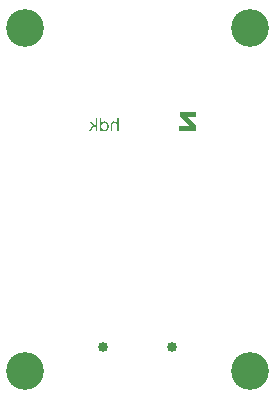
<source format=gbr>
G04 EAGLE Gerber RS-274X export*
G75*
%MOMM*%
%FSLAX34Y34*%
%LPD*%
%INSoldermask Bottom*%
%IPPOS*%
%AMOC8*
5,1,8,0,0,1.08239X$1,22.5*%
G01*
%ADD10C,0.853200*%
%ADD11C,3.203200*%

G36*
X184748Y242930D02*
X184748Y242930D01*
X184748Y246851D01*
X184747Y246852D01*
X184747Y246854D01*
X177179Y255036D01*
X184311Y255036D01*
X184316Y255041D01*
X184315Y255041D01*
X184316Y255041D01*
X184316Y259220D01*
X184311Y259225D01*
X170551Y259225D01*
X170546Y259221D01*
X170546Y259220D01*
X170546Y255569D01*
X170547Y255567D01*
X170547Y255565D01*
X178184Y247107D01*
X170189Y247107D01*
X170184Y247103D01*
X170185Y247102D01*
X170184Y247102D01*
X170184Y242930D01*
X170189Y242925D01*
X170189Y242926D01*
X170189Y242925D01*
X184743Y242925D01*
X184748Y242930D01*
G37*
G36*
X106878Y242742D02*
X106878Y242742D01*
X106879Y242741D01*
X106882Y242743D01*
X106891Y242743D01*
X106892Y242744D01*
X106893Y242743D01*
X106899Y242746D01*
X106901Y242746D01*
X106902Y242747D01*
X106903Y242747D01*
X106909Y242750D01*
X106911Y242750D01*
X106913Y242751D01*
X106914Y242750D01*
X106920Y242753D01*
X106929Y242753D01*
X106934Y242757D01*
X106933Y242758D01*
X106934Y242758D01*
X106934Y243941D01*
X106929Y243946D01*
X106928Y243946D01*
X106911Y243945D01*
X106911Y243944D01*
X106910Y243944D01*
X106853Y243931D01*
X106853Y243930D01*
X106839Y243925D01*
X106826Y243922D01*
X106825Y243922D01*
X106798Y243912D01*
X106740Y243896D01*
X106709Y243893D01*
X106673Y243894D01*
X106671Y243894D01*
X106533Y243896D01*
X106089Y243958D01*
X105823Y244037D01*
X105526Y244182D01*
X105314Y244328D01*
X105170Y244448D01*
X104995Y244627D01*
X104804Y244876D01*
X104675Y245098D01*
X104566Y245332D01*
X104458Y245645D01*
X104355Y246109D01*
X104300Y246581D01*
X104319Y247350D01*
X104320Y247356D01*
X104322Y247366D01*
X104322Y247371D01*
X104324Y247381D01*
X104326Y247391D01*
X104328Y247406D01*
X104330Y247416D01*
X104332Y247431D01*
X104334Y247441D01*
X104336Y247451D01*
X104336Y247456D01*
X104337Y247456D01*
X104336Y247456D01*
X104338Y247466D01*
X104340Y247475D01*
X104340Y247476D01*
X104342Y247490D01*
X104344Y247500D01*
X104346Y247510D01*
X104346Y247515D01*
X104348Y247525D01*
X104350Y247535D01*
X104351Y247540D01*
X104352Y247550D01*
X104354Y247560D01*
X104356Y247575D01*
X104358Y247585D01*
X104360Y247595D01*
X104361Y247600D01*
X104362Y247610D01*
X104364Y247620D01*
X104366Y247634D01*
X104366Y247635D01*
X104368Y247644D01*
X104371Y247659D01*
X104372Y247669D01*
X104374Y247679D01*
X104375Y247684D01*
X104376Y247694D01*
X104378Y247704D01*
X104381Y247719D01*
X104382Y247729D01*
X104385Y247744D01*
X104386Y247754D01*
X104388Y247764D01*
X104389Y247769D01*
X104390Y247779D01*
X104391Y247779D01*
X104390Y247779D01*
X104392Y247788D01*
X104392Y247789D01*
X104395Y247803D01*
X104396Y247813D01*
X104398Y247823D01*
X104399Y247828D01*
X104400Y247833D01*
X104530Y248292D01*
X104692Y248650D01*
X104860Y248920D01*
X105063Y249159D01*
X105404Y249444D01*
X105749Y249638D01*
X105941Y249712D01*
X106149Y249767D01*
X106604Y249829D01*
X106932Y249829D01*
X107312Y249781D01*
X107583Y249709D01*
X107825Y249602D01*
X108147Y249393D01*
X108332Y249228D01*
X108497Y249042D01*
X108673Y248781D01*
X108864Y248372D01*
X108984Y247985D01*
X109091Y247360D01*
X109120Y246859D01*
X109118Y246821D01*
X109116Y246751D01*
X109107Y246528D01*
X109104Y246458D01*
X109101Y246389D01*
X109101Y246386D01*
X109041Y245985D01*
X108896Y245466D01*
X108738Y245110D01*
X108535Y244790D01*
X108377Y244594D01*
X108198Y244419D01*
X107889Y244199D01*
X107695Y244099D01*
X107609Y244068D01*
X107476Y244034D01*
X107038Y243970D01*
X107034Y243966D01*
X107034Y243965D01*
X107034Y242780D01*
X107038Y242775D01*
X107039Y242776D01*
X107039Y242775D01*
X107708Y242843D01*
X108061Y242924D01*
X108062Y242924D01*
X108388Y243041D01*
X108867Y243310D01*
X108868Y243310D01*
X109155Y243529D01*
X109156Y243530D01*
X109537Y243910D01*
X109537Y243911D01*
X109804Y244278D01*
X110030Y244680D01*
X110273Y245297D01*
X110274Y245298D01*
X110442Y246068D01*
X110444Y246084D01*
X110446Y246119D01*
X110449Y246154D01*
X110453Y246203D01*
X110453Y246204D01*
X110456Y246238D01*
X110458Y246273D01*
X110461Y246308D01*
X110465Y246357D01*
X110465Y246358D01*
X110467Y246392D01*
X110468Y246392D01*
X110467Y246392D01*
X110470Y246427D01*
X110473Y246462D01*
X110477Y246512D01*
X110479Y246546D01*
X110482Y246581D01*
X110485Y246616D01*
X110489Y246666D01*
X110491Y246700D01*
X110494Y246735D01*
X110497Y246770D01*
X110498Y246781D01*
X110497Y246782D01*
X110498Y246782D01*
X110456Y247597D01*
X110332Y248271D01*
X110332Y248272D01*
X110118Y248902D01*
X110118Y248903D01*
X109913Y249314D01*
X109913Y249315D01*
X109663Y249691D01*
X109370Y250029D01*
X109369Y250029D01*
X109102Y250265D01*
X108881Y250424D01*
X108395Y250689D01*
X108394Y250690D01*
X107941Y250850D01*
X107445Y250947D01*
X107444Y250946D01*
X107444Y250947D01*
X107396Y250949D01*
X107304Y250954D01*
X107303Y250954D01*
X107211Y250959D01*
X107118Y250964D01*
X107025Y250969D01*
X106933Y250974D01*
X106932Y250974D01*
X106865Y250978D01*
X106865Y250977D01*
X106864Y250978D01*
X106380Y250938D01*
X105899Y250835D01*
X105899Y250834D01*
X105418Y250657D01*
X105417Y250657D01*
X105085Y250471D01*
X105085Y250470D01*
X105084Y250470D01*
X104850Y250303D01*
X104633Y250103D01*
X104632Y250103D01*
X104474Y249913D01*
X104473Y249913D01*
X104363Y249744D01*
X104341Y249744D01*
X104341Y253786D01*
X104337Y253791D01*
X104337Y253790D01*
X104336Y253791D01*
X103041Y253791D01*
X103036Y253786D01*
X103036Y242930D01*
X103040Y242925D01*
X103041Y242926D01*
X103041Y242925D01*
X104336Y242925D01*
X104341Y242930D01*
X104341Y243990D01*
X104362Y243990D01*
X104445Y243834D01*
X104446Y243834D01*
X104542Y243687D01*
X104543Y243687D01*
X104542Y243687D01*
X104651Y243551D01*
X104651Y243550D01*
X104903Y243312D01*
X104904Y243312D01*
X105046Y243210D01*
X105047Y243210D01*
X105279Y243076D01*
X105280Y243076D01*
X105280Y243075D01*
X105537Y242967D01*
X105992Y242834D01*
X106373Y242770D01*
X106374Y242770D01*
X106877Y242741D01*
X106878Y242742D01*
G37*
G36*
X113615Y242930D02*
X113615Y242930D01*
X113629Y248516D01*
X113698Y248832D01*
X113749Y248976D01*
X113816Y249110D01*
X113897Y249235D01*
X113989Y249350D01*
X114094Y249457D01*
X114211Y249549D01*
X114338Y249628D01*
X114474Y249695D01*
X114619Y249750D01*
X114943Y249819D01*
X115281Y249833D01*
X115696Y249798D01*
X116007Y249728D01*
X116287Y249623D01*
X116629Y249427D01*
X116840Y249254D01*
X117024Y249049D01*
X117180Y248819D01*
X117351Y248461D01*
X117423Y248238D01*
X117502Y247818D01*
X117529Y242930D01*
X117534Y242925D01*
X117534Y242926D01*
X117534Y242925D01*
X118830Y242925D01*
X118835Y242930D01*
X118834Y242930D01*
X118835Y242930D01*
X118835Y253786D01*
X118830Y253791D01*
X118830Y253790D01*
X118830Y253791D01*
X117534Y253791D01*
X117529Y253786D01*
X117530Y253786D01*
X117529Y253786D01*
X117529Y249639D01*
X117510Y249639D01*
X117377Y249888D01*
X117376Y249888D01*
X117376Y249889D01*
X117239Y250077D01*
X117238Y250077D01*
X117040Y250279D01*
X116895Y250401D01*
X116895Y250402D01*
X116622Y250582D01*
X116622Y250583D01*
X116331Y250724D01*
X116330Y250724D01*
X115889Y250872D01*
X115888Y250873D01*
X115339Y250964D01*
X115338Y250964D01*
X115070Y250965D01*
X115069Y250965D01*
X115057Y250965D01*
X114654Y250966D01*
X114654Y250965D01*
X114654Y250966D01*
X114235Y250912D01*
X114234Y250912D01*
X113866Y250816D01*
X113866Y250815D01*
X113865Y250815D01*
X113486Y250648D01*
X113485Y250648D01*
X113212Y250472D01*
X113211Y250472D01*
X113066Y250351D01*
X112856Y250123D01*
X112855Y250123D01*
X112680Y249865D01*
X112680Y249864D01*
X112679Y249864D01*
X112567Y249638D01*
X112479Y249395D01*
X112479Y249394D01*
X112376Y248926D01*
X112376Y248925D01*
X112326Y248489D01*
X112314Y242930D01*
X112318Y242925D01*
X112318Y242926D01*
X112318Y242925D01*
X113610Y242925D01*
X113615Y242930D01*
G37*
G36*
X95471Y242927D02*
X95471Y242927D01*
X95473Y242927D01*
X98160Y247026D01*
X99372Y245908D01*
X99372Y242930D01*
X99376Y242925D01*
X99377Y242926D01*
X99377Y242925D01*
X100669Y242925D01*
X100674Y242930D01*
X100674Y253786D01*
X100670Y253791D01*
X100669Y253790D01*
X100669Y253791D01*
X99377Y253791D01*
X99372Y253786D01*
X99372Y247365D01*
X95791Y250799D01*
X95788Y250799D01*
X95787Y250800D01*
X94053Y250800D01*
X94051Y250799D01*
X94049Y250799D01*
X94049Y250797D01*
X94048Y250796D01*
X94049Y250794D01*
X94049Y250792D01*
X97164Y247932D01*
X93819Y242933D01*
X93820Y242932D01*
X93819Y242931D01*
X93820Y242929D01*
X93820Y242926D01*
X93822Y242927D01*
X93823Y242925D01*
X95469Y242925D01*
X95471Y242927D01*
G37*
D10*
X106020Y59840D03*
X163820Y59840D03*
D11*
X230000Y330000D03*
X230000Y40000D03*
X40000Y330000D03*
X40000Y40000D03*
M02*

</source>
